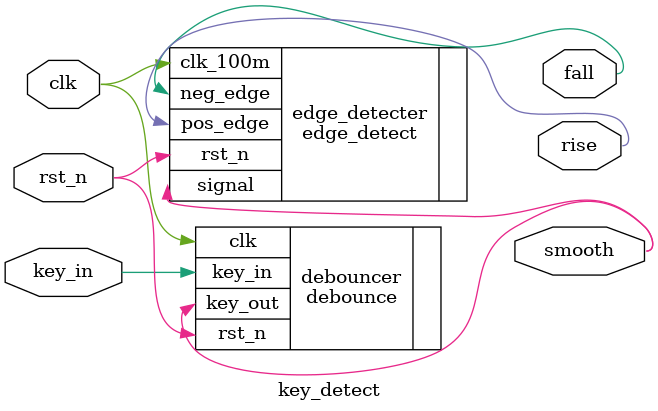
<source format=v>
`timescale 1ns / 1ps


module key_detect #(
    parameter cnt4debouncer = 24'd2_000_000
)
(
    input key_in,
    input clk,
    input rst_n,
    output rise,
    output fall,
    output smooth
    );
    
    debounce #(
        .CNT_20ms(cnt4debouncer)
    )
    debouncer
    (
    .key_in(key_in),
    .clk(clk), 
    .rst_n(rst_n),     // valid when low 
    .key_out(smooth)
    );
    // defparam debouncer.CNT_20ms = cnt4debouncer;
    edge_detect edge_detecter(
    .clk_100m(clk),
    .rst_n(rst_n),
    .signal(smooth),
    .pos_edge(rise),
    .neg_edge(fall)
    );
    
endmodule

</source>
